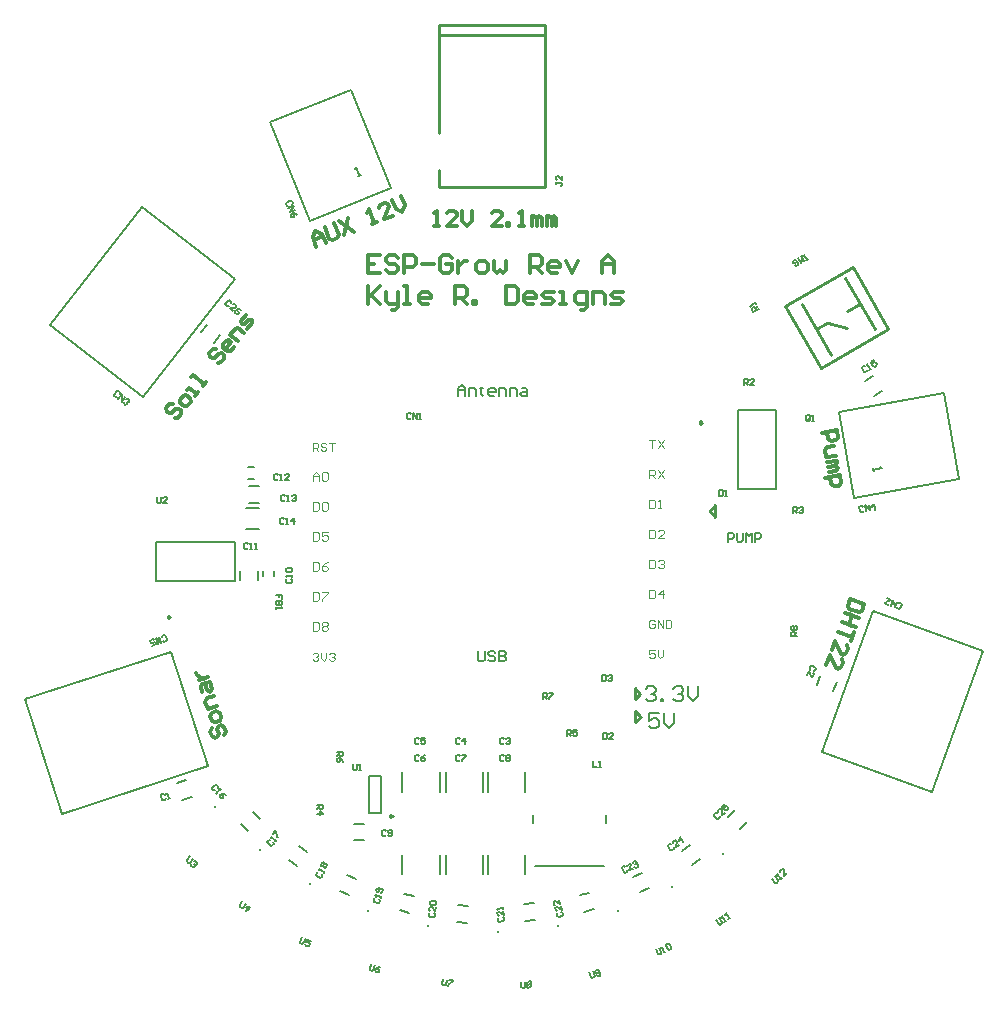
<source format=gto>
G04*
G04 #@! TF.GenerationSoftware,Altium Limited,Altium Designer,18.1.9 (240)*
G04*
G04 Layer_Color=65535*
%FSLAX25Y25*%
%MOIN*%
G70*
G01*
G75*
%ADD10C,0.00984*%
%ADD11C,0.01000*%
%ADD12C,0.00394*%
%ADD13C,0.01000*%
%ADD14C,0.00787*%
%ADD15C,0.00600*%
%ADD16C,0.01300*%
%ADD17C,0.00500*%
%ADD18C,0.00446*%
%ADD19C,0.00408*%
%ADD20C,0.01200*%
%ADD21C,0.00800*%
D10*
X112906Y58713D02*
X112167Y59140D01*
Y58287D01*
X112906Y58713D01*
X216142Y189862D02*
X215404Y190288D01*
Y189436D01*
X216142Y189862D01*
X38737Y124980D02*
X37999Y125406D01*
Y124554D01*
X38737Y124980D01*
D11*
X223148Y46161D02*
D03*
X53752Y61611D02*
D03*
X68577Y47409D02*
D03*
X85394Y36013D02*
D03*
X104696Y27145D02*
D03*
X124790Y21897D02*
D03*
X147864Y20168D02*
D03*
X168041Y21876D02*
D03*
X188124Y27110D02*
D03*
X205907Y35140D02*
D03*
D12*
X68297Y124800D02*
D03*
X252362Y117815D02*
D03*
X173429Y99106D02*
D03*
X241169Y160457D02*
D03*
X151075Y66800D02*
D03*
X68397Y157782D02*
D03*
X53347Y220669D02*
D03*
X103497Y53400D02*
D03*
X136975Y66800D02*
D03*
X122575D02*
D03*
X122575Y45700D02*
D03*
X136975D02*
D03*
X151075D02*
D03*
X237008Y231299D02*
D03*
X233465Y199016D02*
D03*
X94697Y59700D02*
D03*
X174216Y91464D02*
D03*
X94697Y68100D02*
D03*
X65197Y140482D02*
D03*
X68597Y165882D02*
D03*
X274769Y202857D02*
D03*
X64570Y58127D02*
D03*
X80117Y46306D02*
D03*
X96742Y36431D02*
D03*
X116197Y30100D02*
D03*
X134797Y26300D02*
D03*
X157097Y26600D02*
D03*
X176297Y29500D02*
D03*
X194497Y35900D02*
D03*
X211097Y44800D02*
D03*
X226897Y56400D02*
D03*
X45220Y67902D02*
D03*
X257283Y101279D02*
D03*
D13*
X258029Y223193D02*
X264267Y221521D01*
X257586Y222937D02*
X258029Y223193D01*
X264439Y226893D02*
X268769Y229393D01*
X254108Y220929D02*
X257517Y222897D01*
X249187Y229453D02*
X259029Y212405D01*
X263848Y237917D02*
X273690Y220869D01*
X255581Y208141D02*
X278084Y221133D01*
X266273Y241590D02*
X278084Y221133D01*
X243770Y228598D02*
X266273Y241590D01*
X243770Y228598D02*
X255581Y208141D01*
X218524Y160457D02*
X220492Y162425D01*
X220492D01*
X218524Y160457D02*
X220492Y158488D01*
Y162425D01*
X193532Y101208D02*
X195106Y99633D01*
X193532Y97664D02*
X195303Y99436D01*
X193532Y97664D02*
X193532D01*
X193532D02*
Y101208D01*
X128284Y322315D02*
X163716D01*
X128284Y268378D02*
X163716D01*
X128284Y318878D02*
X163716D01*
X128284Y268378D02*
Y274178D01*
Y286278D02*
Y322315D01*
X163716Y268378D02*
Y322315D01*
X193819Y93554D02*
X195394Y91979D01*
X193819Y90011D02*
X195590Y91783D01*
X193819Y90011D02*
X193819D01*
X193819D02*
Y93554D01*
D14*
X105032Y59698D02*
X108968D01*
X105032Y71902D02*
X108968D01*
Y59698D02*
Y71902D01*
X105032Y59698D02*
Y71902D01*
X240650Y167618D02*
Y193996D01*
X227854Y167618D02*
Y193996D01*
X240650D01*
X227854Y167618D02*
X240650D01*
X-9585Y97560D02*
X2806Y59423D01*
X-9585Y97560D02*
X39109Y113382D01*
X51500Y75244D01*
X2806Y59423D02*
X51500Y75244D01*
X272993Y126987D02*
X309735Y113614D01*
X255927Y80096D02*
X272993Y126987D01*
X255927Y80096D02*
X292669Y66723D01*
X309735Y113614D01*
X-1216Y222424D02*
X29506Y261746D01*
X60317Y237673D01*
X29596Y198352D02*
X60317Y237673D01*
X-1216Y222424D02*
X29596Y198352D01*
X72055Y289905D02*
X85328Y257052D01*
X72055Y289905D02*
X99067Y300819D01*
X99067Y300819D02*
X112341Y267966D01*
X85328Y257052D02*
X112341Y267966D01*
X160286Y41952D02*
X183514D01*
X184105Y56322D02*
Y59078D01*
X159695Y56322D02*
Y59078D01*
X34111Y149980D02*
X60489D01*
X34111Y137185D02*
X60489D01*
X34111D02*
Y149980D01*
X60489Y137185D02*
Y149980D01*
X157079Y66800D02*
X157079Y73296D01*
X144677Y66800D02*
X144677Y73296D01*
X64066Y161326D02*
X68200Y161326D01*
X64066Y154239D02*
X68200Y154239D01*
X48901Y219867D02*
X50900Y222427D01*
X53399Y216353D02*
X55399Y218912D01*
X100052Y56058D02*
X103300Y56058D01*
X100052Y50743D02*
X103300D01*
X261731Y193474D02*
X296625Y199627D01*
X301684Y170935D01*
X266790Y164783D02*
X301684Y170935D01*
X261731Y193474D02*
X266790Y164783D01*
X142979Y66800D02*
X142979Y73296D01*
X130578Y66800D02*
X130578Y73296D01*
X128579Y66800D02*
X128579Y73296D01*
X116177Y66800D02*
X116177Y73296D01*
X116177Y39204D02*
X116177Y45700D01*
X128579Y39204D02*
X128579Y45700D01*
X130578Y39204D02*
X130578Y45700D01*
X142979Y39204D02*
X142979Y45700D01*
X144677Y39204D02*
X144677Y45700D01*
X157079Y39204D02*
X157079Y45700D01*
X62146Y137234D02*
X62146Y140482D01*
X67854D02*
X67854Y137234D01*
X65152Y163028D02*
X68400Y163028D01*
X65152Y168737D02*
X68400Y168737D01*
X273187Y198761D02*
X276000Y200385D01*
X270332Y203705D02*
X273145Y205329D01*
X66391Y60145D02*
X68688Y57849D01*
X62355Y56109D02*
X64651Y53812D01*
X81557Y48645D02*
X84218Y46782D01*
X78283Y43968D02*
X80943Y42105D01*
X95339Y33844D02*
X98283Y32471D01*
X97752Y39018D02*
X100696Y37645D01*
X115261Y27343D02*
X118399Y26502D01*
X116739Y32857D02*
X119876Y32016D01*
X134351Y23457D02*
X137587Y23173D01*
X134849Y29144D02*
X138084Y28860D01*
X157149Y23756D02*
X160384Y24040D01*
X156651Y29443D02*
X159887Y29727D01*
X176839Y26743D02*
X179976Y27584D01*
X175361Y32257D02*
X178499Y33098D01*
X195506Y33313D02*
X198450Y34686D01*
X193094Y38487D02*
X196037Y39860D01*
X212537Y42462D02*
X215198Y44325D01*
X209263Y47138D02*
X211924Y49001D01*
X228718Y54382D02*
X231015Y56678D01*
X224682Y58418D02*
X226978Y60715D01*
X41052Y69613D02*
X44141Y70617D01*
X42816Y64184D02*
X45905Y65188D01*
X259769Y100303D02*
X260880Y103355D01*
X254404Y102256D02*
X255515Y105308D01*
X141240Y113778D02*
Y110827D01*
X141831Y110236D01*
X143011D01*
X143602Y110827D01*
Y113778D01*
X147144Y113188D02*
X146553Y113778D01*
X145373D01*
X144782Y113188D01*
Y112598D01*
X145373Y112007D01*
X146553D01*
X147144Y111417D01*
Y110827D01*
X146553Y110236D01*
X145373D01*
X144782Y110827D01*
X148325Y113778D02*
Y110236D01*
X150096D01*
X150686Y110827D01*
Y111417D01*
X150096Y112007D01*
X148325D01*
X150096D01*
X150686Y112598D01*
Y113188D01*
X150096Y113778D01*
X148325D01*
X134795Y198842D02*
Y201203D01*
X135976Y202384D01*
X137157Y201203D01*
Y198842D01*
Y200613D01*
X134795D01*
X138337Y198842D02*
Y201203D01*
X140108D01*
X140699Y200613D01*
Y198842D01*
X142470Y201794D02*
Y201203D01*
X141879D01*
X143060D01*
X142470D01*
Y199432D01*
X143060Y198842D01*
X146602D02*
X145422D01*
X144831Y199432D01*
Y200613D01*
X145422Y201203D01*
X146602D01*
X147193Y200613D01*
Y200023D01*
X144831D01*
X148373Y198842D02*
Y201203D01*
X150145D01*
X150735Y200613D01*
Y198842D01*
X151916D02*
Y201203D01*
X153687D01*
X154277Y200613D01*
Y198842D01*
X156048Y201203D02*
X157229D01*
X157819Y200613D01*
Y198842D01*
X156048D01*
X155458Y199432D01*
X156048Y200023D01*
X157819D01*
X201659Y92990D02*
X198327D01*
Y90491D01*
X199993Y91324D01*
X200826D01*
X201659Y90491D01*
Y88825D01*
X200826Y87992D01*
X199160D01*
X198327Y88825D01*
X203325Y92990D02*
Y89658D01*
X204991Y87992D01*
X206657Y89658D01*
Y92990D01*
X197343Y101114D02*
X198176Y101947D01*
X199842D01*
X200675Y101114D01*
Y100281D01*
X199842Y99448D01*
X199009D01*
X199842D01*
X200675Y98615D01*
Y97782D01*
X199842Y96949D01*
X198176D01*
X197343Y97782D01*
X202341Y96949D02*
Y97782D01*
X203174D01*
Y96949D01*
X202341D01*
X206506Y101114D02*
X207339Y101947D01*
X209005D01*
X209839Y101114D01*
Y100281D01*
X209005Y99448D01*
X208172D01*
X209005D01*
X209839Y98615D01*
Y97782D01*
X209005Y96949D01*
X207339D01*
X206506Y97782D01*
X211505Y101947D02*
Y98615D01*
X213171Y96949D01*
X214837Y98615D01*
Y101947D01*
D15*
X64832Y174951D02*
X66800Y174951D01*
X64832Y171014D02*
X66800Y171014D01*
X73469Y138560D02*
X73469Y140528D01*
X69532Y138560D02*
X69532Y140528D01*
D16*
X108799Y245715D02*
X104800D01*
Y239717D01*
X108799D01*
X104800Y242716D02*
X106799D01*
X114797Y244715D02*
X113797Y245715D01*
X111798D01*
X110798Y244715D01*
Y243716D01*
X111798Y242716D01*
X113797D01*
X114797Y241716D01*
Y240717D01*
X113797Y239717D01*
X111798D01*
X110798Y240717D01*
X116796Y239717D02*
Y245715D01*
X119795D01*
X120795Y244715D01*
Y242716D01*
X119795Y241716D01*
X116796D01*
X122794Y242716D02*
X126793D01*
X132791Y244715D02*
X131791Y245715D01*
X129792D01*
X128792Y244715D01*
Y240717D01*
X129792Y239717D01*
X131791D01*
X132791Y240717D01*
Y242716D01*
X130792D01*
X134790Y243716D02*
Y239717D01*
Y241716D01*
X135790Y242716D01*
X136790Y243716D01*
X137789D01*
X141788Y239717D02*
X143787D01*
X144787Y240717D01*
Y242716D01*
X143787Y243716D01*
X141788D01*
X140788Y242716D01*
Y240717D01*
X141788Y239717D01*
X146786Y243716D02*
Y240717D01*
X147786Y239717D01*
X148786Y240717D01*
X149785Y239717D01*
X150785Y240717D01*
Y243716D01*
X158782Y239717D02*
Y245715D01*
X161782D01*
X162781Y244715D01*
Y242716D01*
X161782Y241716D01*
X158782D01*
X160782D02*
X162781Y239717D01*
X167780D02*
X165780D01*
X164781Y240717D01*
Y242716D01*
X165780Y243716D01*
X167780D01*
X168779Y242716D01*
Y241716D01*
X164781D01*
X170779Y243716D02*
X172778Y239717D01*
X174777Y243716D01*
X182775Y239717D02*
Y243716D01*
X184774Y245715D01*
X186774Y243716D01*
Y239717D01*
Y242716D01*
X182775D01*
X104800Y235397D02*
Y229399D01*
Y231399D01*
X108799Y235397D01*
X105800Y232398D01*
X108799Y229399D01*
X110798Y233398D02*
Y230399D01*
X111798Y229399D01*
X114797D01*
Y228400D01*
X113797Y227400D01*
X112797D01*
X114797Y229399D02*
Y233398D01*
X116796Y229399D02*
X118796D01*
X117796D01*
Y235397D01*
X116796D01*
X124794Y229399D02*
X122794D01*
X121794Y230399D01*
Y232398D01*
X122794Y233398D01*
X124794D01*
X125793Y232398D01*
Y231399D01*
X121794D01*
X133791Y229399D02*
Y235397D01*
X136790D01*
X137789Y234398D01*
Y232398D01*
X136790Y231399D01*
X133791D01*
X135790D02*
X137789Y229399D01*
X139789D02*
Y230399D01*
X140788D01*
Y229399D01*
X139789D01*
X150785Y235397D02*
Y229399D01*
X153784D01*
X154784Y230399D01*
Y234398D01*
X153784Y235397D01*
X150785D01*
X159782Y229399D02*
X157783D01*
X156783Y230399D01*
Y232398D01*
X157783Y233398D01*
X159782D01*
X160782Y232398D01*
Y231399D01*
X156783D01*
X162781Y229399D02*
X165780D01*
X166780Y230399D01*
X165780Y231399D01*
X163781D01*
X162781Y232398D01*
X163781Y233398D01*
X166780D01*
X168779Y229399D02*
X170779D01*
X169779D01*
Y233398D01*
X168779D01*
X175777Y227400D02*
X176777D01*
X177776Y228400D01*
Y233398D01*
X174777D01*
X173778Y232398D01*
Y230399D01*
X174777Y229399D01*
X177776D01*
X179776D02*
Y233398D01*
X182775D01*
X183774Y232398D01*
Y229399D01*
X185774D02*
X188773D01*
X189772Y230399D01*
X188773Y231399D01*
X186774D01*
X185774Y232398D01*
X186774Y233398D01*
X189772D01*
D17*
X119148Y192709D02*
X118815Y193043D01*
X118148D01*
X117815Y192709D01*
Y191376D01*
X118148Y191043D01*
X118815D01*
X119148Y191376D01*
X119814Y191043D02*
Y193043D01*
X121147Y191043D01*
Y193043D01*
X121814Y191043D02*
X122480D01*
X122147D01*
Y193043D01*
X121814Y192709D01*
X247494Y244066D02*
X247039Y244188D01*
X246461Y243855D01*
X246339Y243400D01*
X246506Y243111D01*
X246961Y242989D01*
X247538Y243322D01*
X247993Y243200D01*
X248160Y242912D01*
X248038Y242457D01*
X247461Y242123D01*
X247006Y242245D01*
X247904Y244688D02*
X248904Y242956D01*
X249148Y243867D01*
X250058Y243623D01*
X249059Y245354D01*
X250635Y243956D02*
X251213Y244289D01*
X250924Y244123D01*
X249924Y245854D01*
X249802Y245399D01*
X99610Y76159D02*
Y74493D01*
X99944Y74160D01*
X100610D01*
X100943Y74493D01*
Y76159D01*
X101610Y74160D02*
X102276D01*
X101943D01*
Y76159D01*
X101610Y75826D01*
X251998Y190558D02*
Y191891D01*
X251665Y192224D01*
X250999D01*
X250665Y191891D01*
Y190558D01*
X250999Y190224D01*
X251665D01*
X251332Y190891D02*
X251998Y190224D01*
X251665D02*
X251998Y190558D01*
X252665Y190224D02*
X253331D01*
X252998D01*
Y192224D01*
X252665Y191891D01*
X239286Y37614D02*
X240464Y36436D01*
X240936D01*
X241407Y36907D01*
X241407Y37378D01*
X240229Y38556D01*
X242114Y37614D02*
X242585Y38085D01*
X242349Y37849D01*
X240936Y39263D01*
X240936Y38792D01*
X244234Y39734D02*
X243292Y38792D01*
Y40677D01*
X243056Y40913D01*
X242585D01*
X242114Y40441D01*
X242114Y39970D01*
X76015Y131049D02*
Y132382D01*
X75015D01*
Y131715D01*
Y132382D01*
X74016D01*
X76015Y130383D02*
X74016D01*
Y129383D01*
X74349Y129050D01*
X74682D01*
X75015Y129383D01*
Y130383D01*
Y129383D01*
X75349Y129050D01*
X75682D01*
X76015Y129383D01*
Y130383D01*
X74016Y128383D02*
Y127717D01*
Y128050D01*
X76015D01*
X75682Y128383D01*
X247638Y118602D02*
X245638D01*
Y119602D01*
X245972Y119935D01*
X246638D01*
X246971Y119602D01*
Y118602D01*
Y119269D02*
X247638Y119935D01*
X245972Y120602D02*
X245638Y120935D01*
Y121601D01*
X245972Y121935D01*
X246305D01*
X246638Y121601D01*
X246971Y121935D01*
X247305D01*
X247638Y121601D01*
Y120935D01*
X247305Y120602D01*
X246971D01*
X246638Y120935D01*
X246305Y120602D01*
X245972D01*
X246638Y120935D02*
Y121601D01*
X162992Y97539D02*
Y99539D01*
X163992D01*
X164325Y99205D01*
Y98539D01*
X163992Y98206D01*
X162992D01*
X163659D02*
X164325Y97539D01*
X164991Y99539D02*
X166324D01*
Y99205D01*
X164991Y97873D01*
Y97539D01*
X246260Y159547D02*
Y161547D01*
X247259D01*
X247593Y161213D01*
Y160547D01*
X247259Y160214D01*
X246260D01*
X246926D02*
X247593Y159547D01*
X248259Y161213D02*
X248592Y161547D01*
X249259D01*
X249592Y161213D01*
Y160880D01*
X249259Y160547D01*
X248926D01*
X249259D01*
X249592Y160214D01*
Y159880D01*
X249259Y159547D01*
X248592D01*
X248259Y159880D01*
X36331Y117016D02*
X36751Y116803D01*
X37385Y117008D01*
X37598Y117428D01*
X37187Y118696D01*
X36767Y118910D01*
X36133Y118704D01*
X35919Y118284D01*
X35182Y118395D02*
X35800Y116494D01*
X33915Y117983D01*
X34532Y116082D01*
X32631Y115464D02*
X33898Y115876D01*
X33590Y116826D01*
X33059Y116304D01*
X32742Y116201D01*
X32322Y116415D01*
X32116Y117048D01*
X32330Y117468D01*
X32964Y117674D01*
X33384Y117460D01*
X280925Y128352D02*
X281124Y127925D01*
X281750Y127697D01*
X282177Y127896D01*
X282633Y129148D01*
X282434Y129575D01*
X281808Y129803D01*
X281381Y129604D01*
X280869Y130145D02*
X280185Y128267D01*
X279616Y130601D01*
X278932Y128722D01*
X277737Y131285D02*
X278990Y130829D01*
X277281Y130032D01*
X277167Y129719D01*
X277366Y129292D01*
X277993Y129064D01*
X278420Y129263D01*
X21980Y199403D02*
X21923Y199870D01*
X21398Y200281D01*
X20930Y200223D01*
X20109Y199173D01*
X20167Y198705D01*
X20692Y198295D01*
X21160Y198352D01*
X21480Y197679D02*
X22711Y199255D01*
X22530Y196859D01*
X23761Y198434D01*
X24081Y197761D02*
X24549Y197819D01*
X25074Y197408D01*
X25131Y196941D01*
X24926Y196678D01*
X24458Y196621D01*
X24196Y196826D01*
X24458Y196621D01*
X24516Y196153D01*
X24311Y195890D01*
X23843Y195833D01*
X23318Y196243D01*
X23260Y196711D01*
X79344Y262488D02*
X79528Y262922D01*
X79279Y263540D01*
X78845Y263724D01*
X77609Y263225D01*
X77425Y262791D01*
X77675Y262173D01*
X78108Y261989D01*
X78049Y261246D02*
X79903Y261995D01*
X78548Y260010D01*
X80402Y260759D01*
X81151Y258906D02*
X80592Y259399D01*
X79725Y259767D01*
X79107Y259517D01*
X78923Y259084D01*
X79172Y258466D01*
X79606Y258281D01*
X79915Y258406D01*
X80099Y258840D01*
X79725Y259767D01*
X179700Y76975D02*
Y74976D01*
X181033D01*
X181699D02*
X182366D01*
X182033D01*
Y76975D01*
X181699Y76642D01*
X34200Y164899D02*
Y163233D01*
X34533Y162900D01*
X35200D01*
X35533Y163233D01*
Y164899D01*
X37532Y162900D02*
X36199D01*
X37532Y164233D01*
Y164566D01*
X37199Y164899D01*
X36533D01*
X36199Y164566D01*
X221752Y167354D02*
Y165354D01*
X222752D01*
X223085Y165688D01*
Y167020D01*
X222752Y167354D01*
X221752D01*
X223751Y165354D02*
X224418D01*
X224084D01*
Y167354D01*
X223751Y167020D01*
X182776Y105838D02*
Y103839D01*
X183775D01*
X184108Y104172D01*
Y105505D01*
X183775Y105838D01*
X182776D01*
X184775Y105505D02*
X185108Y105838D01*
X185775D01*
X186108Y105505D01*
Y105172D01*
X185775Y104838D01*
X185441D01*
X185775D01*
X186108Y104505D01*
Y104172D01*
X185775Y103839D01*
X185108D01*
X184775Y104172D01*
X167301Y270033D02*
Y269366D01*
Y269700D01*
X168967D01*
X169300Y269366D01*
Y269033D01*
X168967Y268700D01*
X169300Y272032D02*
Y270699D01*
X167967Y272032D01*
X167634D01*
X167301Y271699D01*
Y271033D01*
X167634Y270699D01*
X149955Y84245D02*
X149622Y84578D01*
X148955D01*
X148622Y84245D01*
Y82912D01*
X148955Y82579D01*
X149622D01*
X149955Y82912D01*
X150621Y84245D02*
X150955Y84578D01*
X151621D01*
X151954Y84245D01*
Y83912D01*
X151621Y83578D01*
X151288D01*
X151621D01*
X151954Y83245D01*
Y82912D01*
X151621Y82579D01*
X150955D01*
X150621Y82912D01*
X76533Y157849D02*
X76200Y158182D01*
X75533D01*
X75200Y157849D01*
Y156516D01*
X75533Y156182D01*
X76200D01*
X76533Y156516D01*
X77199Y156182D02*
X77866D01*
X77533D01*
Y158182D01*
X77199Y157849D01*
X79865Y156182D02*
Y158182D01*
X78865Y157182D01*
X80198D01*
X59024Y229678D02*
X58967Y230146D01*
X58442Y230556D01*
X57974Y230499D01*
X57153Y229449D01*
X57211Y228981D01*
X57736Y228571D01*
X58204Y228628D01*
X59574Y227134D02*
X58524Y227955D01*
X60395Y228185D01*
X60600Y228447D01*
X60543Y228915D01*
X60017Y229326D01*
X59550Y229268D01*
X62381Y227479D02*
X61650Y227627D01*
X60715Y227512D01*
X60304Y226987D01*
X60362Y226519D01*
X60887Y226109D01*
X61355Y226166D01*
X61560Y226429D01*
X61503Y226897D01*
X60715Y227512D01*
X110688Y53666D02*
X110355Y53999D01*
X109688D01*
X109355Y53666D01*
Y52333D01*
X109688Y52000D01*
X110355D01*
X110688Y52333D01*
X111354D02*
X111688Y52000D01*
X112354D01*
X112687Y52333D01*
Y53666D01*
X112354Y53999D01*
X111688D01*
X111354Y53666D01*
Y53333D01*
X111688Y53000D01*
X112687D01*
X74533Y172248D02*
X74200Y172582D01*
X73533D01*
X73200Y172248D01*
Y170916D01*
X73533Y170582D01*
X74200D01*
X74533Y170916D01*
X75199Y170582D02*
X75866D01*
X75533D01*
Y172582D01*
X75199Y172248D01*
X78198Y170582D02*
X76866D01*
X78198Y171915D01*
Y172248D01*
X77865Y172582D01*
X77199D01*
X76866Y172248D01*
X269696Y161829D02*
X269310Y162099D01*
X268653Y161984D01*
X268383Y161598D01*
X268615Y160285D01*
X269001Y160015D01*
X269657Y160130D01*
X269927Y160516D01*
X270641Y160304D02*
X270294Y162273D01*
X271954Y160535D01*
X271607Y162504D01*
X273595Y160825D02*
X273248Y162794D01*
X272437Y161636D01*
X273749Y161867D01*
X135388Y84245D02*
X135055Y84578D01*
X134388D01*
X134055Y84245D01*
Y82912D01*
X134388Y82579D01*
X135055D01*
X135388Y82912D01*
X137054Y82579D02*
Y84578D01*
X136055Y83578D01*
X137387D01*
X121608Y84245D02*
X121275Y84578D01*
X120609D01*
X120276Y84245D01*
Y82912D01*
X120609Y82579D01*
X121275D01*
X121608Y82912D01*
X123608Y84578D02*
X122275D01*
Y83578D01*
X122941Y83912D01*
X123275D01*
X123608Y83578D01*
Y82912D01*
X123275Y82579D01*
X122608D01*
X122275Y82912D01*
X121608Y78733D02*
X121275Y79066D01*
X120609D01*
X120276Y78733D01*
Y77400D01*
X120609Y77067D01*
X121275D01*
X121608Y77400D01*
X123608Y79066D02*
X122941Y78733D01*
X122275Y78067D01*
Y77400D01*
X122608Y77067D01*
X123275D01*
X123608Y77400D01*
Y77733D01*
X123275Y78067D01*
X122275D01*
X135388Y78733D02*
X135055Y79066D01*
X134388D01*
X134055Y78733D01*
Y77400D01*
X134388Y77067D01*
X135055D01*
X135388Y77400D01*
X136055Y79066D02*
X137387D01*
Y78733D01*
X136055Y77400D01*
Y77067D01*
X149955Y78733D02*
X149622Y79066D01*
X148955D01*
X148622Y78733D01*
Y77400D01*
X148955Y77067D01*
X149622D01*
X149955Y77400D01*
X150621Y78733D02*
X150955Y79066D01*
X151621D01*
X151954Y78733D01*
Y78400D01*
X151621Y78067D01*
X151954Y77733D01*
Y77400D01*
X151621Y77067D01*
X150955D01*
X150621Y77400D01*
Y77733D01*
X150955Y78067D01*
X150621Y78400D01*
Y78733D01*
X150955Y78067D02*
X151621D01*
X182874Y86448D02*
Y84449D01*
X183874D01*
X184207Y84782D01*
Y86115D01*
X183874Y86448D01*
X182874D01*
X186206Y84449D02*
X184873D01*
X186206Y85782D01*
Y86115D01*
X185873Y86448D01*
X185207D01*
X184873Y86115D01*
X234911Y227599D02*
X233179Y226600D01*
X232680Y227465D01*
X232802Y227921D01*
X233379Y228254D01*
X233834Y228132D01*
X234334Y227266D01*
X234001Y227843D02*
X234245Y228753D01*
X233911Y229331D02*
X233578Y229908D01*
X233745Y229619D01*
X232013Y228620D01*
X232468Y228498D01*
X230168Y202416D02*
Y204415D01*
X231167D01*
X231501Y204082D01*
Y203415D01*
X231167Y203082D01*
X230168D01*
X230834D02*
X231501Y202416D01*
X233500D02*
X232167D01*
X233500Y203749D01*
Y204082D01*
X233167Y204415D01*
X232500D01*
X232167Y204082D01*
X87800Y62400D02*
X89799D01*
Y61400D01*
X89466Y61067D01*
X88800D01*
X88466Y61400D01*
Y62400D01*
Y61734D02*
X87800Y61067D01*
Y59401D02*
X89799D01*
X88800Y60401D01*
Y59068D01*
X170965Y85236D02*
Y87236D01*
X171964D01*
X172298Y86902D01*
Y86236D01*
X171964Y85903D01*
X170965D01*
X171631D02*
X172298Y85236D01*
X174297Y87236D02*
X172964D01*
Y86236D01*
X173630Y86569D01*
X173964D01*
X174297Y86236D01*
Y85569D01*
X173964Y85236D01*
X173297D01*
X172964Y85569D01*
X94291Y80020D02*
X96291D01*
Y79020D01*
X95957Y78687D01*
X95291D01*
X94958Y79020D01*
Y80020D01*
Y79353D02*
X94291Y78687D01*
X96291Y76687D02*
X95957Y77354D01*
X95291Y78020D01*
X94625D01*
X94291Y77687D01*
Y77021D01*
X94625Y76687D01*
X94958D01*
X95291Y77021D01*
Y78020D01*
X77534Y137833D02*
X77201Y137500D01*
Y136833D01*
X77534Y136500D01*
X78867D01*
X79200Y136833D01*
Y137500D01*
X78867Y137833D01*
X79200Y138499D02*
Y139166D01*
Y138833D01*
X77201D01*
X77534Y138499D01*
Y140165D02*
X77201Y140499D01*
Y141165D01*
X77534Y141498D01*
X78867D01*
X79200Y141165D01*
Y140499D01*
X78867Y140165D01*
X77534D01*
X64633Y149466D02*
X64300Y149799D01*
X63633D01*
X63300Y149466D01*
Y148133D01*
X63633Y147800D01*
X64300D01*
X64633Y148133D01*
X65299Y147800D02*
X65966D01*
X65633D01*
Y149799D01*
X65299Y149466D01*
X66966Y147800D02*
X67632D01*
X67299D01*
Y149799D01*
X66966Y149466D01*
X77033Y165348D02*
X76700Y165682D01*
X76033D01*
X75700Y165348D01*
Y164016D01*
X76033Y163682D01*
X76700D01*
X77033Y164016D01*
X77699Y163682D02*
X78366D01*
X78033D01*
Y165682D01*
X77699Y165348D01*
X79365D02*
X79699Y165682D01*
X80365D01*
X80698Y165348D01*
Y165015D01*
X80365Y164682D01*
X80032D01*
X80365D01*
X80698Y164349D01*
Y164016D01*
X80365Y163682D01*
X79699D01*
X79365Y164016D01*
X270400Y208605D02*
X269945Y208727D01*
X269368Y208394D01*
X269246Y207939D01*
X269912Y206785D01*
X270367Y206663D01*
X270944Y206996D01*
X271066Y207451D01*
X271810Y207496D02*
X272387Y207829D01*
X272099Y207662D01*
X271099Y209394D01*
X270977Y208939D01*
X273408Y210727D02*
X272253Y210060D01*
X272753Y209194D01*
X273164Y209816D01*
X273452Y209983D01*
X273908Y209861D01*
X274241Y209284D01*
X274119Y208829D01*
X273542Y208495D01*
X273087Y208617D01*
X54593Y68163D02*
Y68634D01*
X54122Y69105D01*
X53651Y69105D01*
X52709Y68163D01*
Y67691D01*
X53180Y67220D01*
X53651Y67220D01*
X53887Y66513D02*
X54358Y66042D01*
X54122Y66278D01*
X55536Y67691D01*
X55065Y67691D01*
X57421Y65807D02*
X56714Y66042D01*
X55772D01*
X55300Y65571D01*
Y65100D01*
X55772Y64628D01*
X56243Y64628D01*
X56479Y64864D01*
X56479Y65335D01*
X55772Y66042D01*
X72020Y50654D02*
X71556Y50572D01*
X71173Y50026D01*
X71255Y49562D01*
X72347Y48798D01*
X72811Y48880D01*
X73193Y49425D01*
X73111Y49889D01*
X73767Y50244D02*
X74149Y50790D01*
X73958Y50517D01*
X72320Y51664D01*
X72402Y51200D01*
X73085Y52756D02*
X73849Y53848D01*
X74122Y53657D01*
X74449Y51800D01*
X74722Y51609D01*
X88099Y39943D02*
X87656Y39782D01*
X87374Y39178D01*
X87536Y38735D01*
X88744Y38172D01*
X89186Y38333D01*
X89468Y38937D01*
X89307Y39380D01*
X89890Y39843D02*
X90172Y40447D01*
X90031Y40145D01*
X88219Y40990D01*
X88380Y40547D01*
X89085Y42057D02*
X88923Y42500D01*
X89205Y43104D01*
X89648Y43265D01*
X89950Y43124D01*
X90111Y42682D01*
X90554Y42843D01*
X90856Y42702D01*
X91017Y42259D01*
X90735Y41655D01*
X90293Y41494D01*
X89991Y41635D01*
X89829Y42078D01*
X89387Y41916D01*
X89085Y42057D01*
X89829Y42078D02*
X90111Y42682D01*
X107136Y31219D02*
X106728Y30983D01*
X106555Y30339D01*
X106791Y29931D01*
X108078Y29586D01*
X108486Y29822D01*
X108659Y30466D01*
X108423Y30874D01*
X108917Y31431D02*
X109090Y32075D01*
X109004Y31753D01*
X107072Y32271D01*
X107308Y31863D01*
X109027Y33127D02*
X109435Y33362D01*
X109607Y34006D01*
X109372Y34414D01*
X108084Y34759D01*
X107676Y34524D01*
X107504Y33880D01*
X107739Y33472D01*
X108061Y33386D01*
X108469Y33621D01*
X108728Y34587D01*
X125356Y26373D02*
X124995Y26070D01*
X124937Y25406D01*
X125240Y25045D01*
X126568Y24929D01*
X126929Y25232D01*
X126987Y25896D01*
X126684Y26257D01*
X127190Y28220D02*
X127074Y26892D01*
X125863Y28336D01*
X125531Y28365D01*
X125170Y28062D01*
X125112Y27398D01*
X125415Y27037D01*
X125589Y29029D02*
X125286Y29390D01*
X125344Y30054D01*
X125705Y30356D01*
X127033Y30240D01*
X127336Y29879D01*
X127278Y29215D01*
X126917Y28912D01*
X125589Y29029D01*
X148324Y24783D02*
X148021Y24422D01*
X148079Y23758D01*
X148440Y23455D01*
X149768Y23571D01*
X150071Y23932D01*
X150013Y24596D01*
X149652Y24899D01*
X149810Y26920D02*
X149926Y25592D01*
X148482Y26803D01*
X148150Y26774D01*
X147847Y26413D01*
X147905Y25749D01*
X148266Y25447D01*
X149751Y27584D02*
X149693Y28247D01*
X149723Y27915D01*
X147731Y27741D01*
X148092Y27438D01*
X167846Y26356D02*
X167610Y25948D01*
X167782Y25304D01*
X168191Y25069D01*
X169478Y25414D01*
X169714Y25822D01*
X169541Y26466D01*
X169133Y26701D01*
X168938Y28719D02*
X169282Y27431D01*
X167650Y28374D01*
X167328Y28288D01*
X167093Y27879D01*
X167265Y27236D01*
X167673Y27000D01*
X168420Y30650D02*
X168765Y29362D01*
X167133Y30305D01*
X166811Y30219D01*
X166575Y29811D01*
X166748Y29167D01*
X167156Y28931D01*
X190504Y41773D02*
X190061Y41934D01*
X189457Y41653D01*
X189296Y41210D01*
X189859Y40002D01*
X190302Y39841D01*
X190906Y40123D01*
X191067Y40565D01*
X193020Y41108D02*
X191812Y40545D01*
X192457Y42316D01*
X192316Y42618D01*
X191873Y42779D01*
X191269Y42498D01*
X191108Y42055D01*
X192920Y42900D02*
X193081Y43343D01*
X193685Y43624D01*
X194128Y43463D01*
X194269Y43161D01*
X194108Y42718D01*
X193806Y42578D01*
X194108Y42718D01*
X194550Y42557D01*
X194691Y42255D01*
X194530Y41812D01*
X193926Y41531D01*
X193483Y41692D01*
X205836Y49329D02*
X205372Y49411D01*
X204826Y49029D01*
X204744Y48565D01*
X205509Y47473D01*
X205973Y47391D01*
X206519Y47773D01*
X206601Y48237D01*
X208430Y49111D02*
X207338Y48347D01*
X207665Y50203D01*
X207474Y50476D01*
X207010Y50558D01*
X206464Y50176D01*
X206382Y49712D01*
X209794Y50067D02*
X208648Y51705D01*
X208402Y50313D01*
X209494Y51077D01*
X220964Y59621D02*
X220493D01*
X220022Y59149D01*
X220022Y58678D01*
X220964Y57736D01*
X221436D01*
X221907Y58207D01*
X221907Y58678D01*
X223556Y59856D02*
X222614Y58914D01*
Y60799D01*
X222378Y61034D01*
X221907D01*
X221436Y60563D01*
X221436Y60092D01*
X223556Y62684D02*
X222614Y61741D01*
X223321Y61034D01*
X223556Y61741D01*
X223792Y61977D01*
X224263D01*
X224734Y61506D01*
X224734Y61034D01*
X224263Y60563D01*
X223792D01*
X45514Y45214D02*
X44336Y44036D01*
Y43564D01*
X44807Y43093D01*
X45278Y43093D01*
X46456Y44271D01*
X46692Y43564D02*
X47163Y43564D01*
X47634Y43093D01*
Y42622D01*
X47399Y42386D01*
X46927D01*
X46692Y42622D01*
X46927Y42386D01*
Y41915D01*
X46692Y41679D01*
X46221D01*
X45749Y42151D01*
Y42622D01*
X62847Y30238D02*
X61891Y28873D01*
X61973Y28409D01*
X62519Y28027D01*
X62983Y28108D01*
X63939Y29473D01*
X64157Y26880D02*
X65303Y28518D01*
X63911Y28272D01*
X65003Y27508D01*
X82645Y18312D02*
X81941Y16802D01*
X82102Y16359D01*
X82706Y16078D01*
X83149Y16239D01*
X83853Y17749D01*
X85665Y16904D02*
X84457Y17467D01*
X84035Y16561D01*
X84779Y16581D01*
X85081Y16441D01*
X85242Y15998D01*
X84961Y15394D01*
X84518Y15233D01*
X83914Y15514D01*
X83753Y15957D01*
X105617Y9331D02*
X105186Y7722D01*
X105422Y7314D01*
X106066Y7141D01*
X106474Y7377D01*
X106905Y8986D01*
X108836Y8469D02*
X108106Y8319D01*
X107290Y7848D01*
X107117Y7204D01*
X107353Y6796D01*
X107997Y6624D01*
X108405Y6859D01*
X108491Y7181D01*
X108256Y7589D01*
X107290Y7848D01*
X129574Y4292D02*
X129429Y2632D01*
X129732Y2271D01*
X130396Y2213D01*
X130757Y2516D01*
X130902Y4176D01*
X131566Y4118D02*
X132894Y4001D01*
X132865Y3669D01*
X131421Y2458D01*
X131392Y2126D01*
X155678Y3292D02*
X155823Y1632D01*
X156184Y1329D01*
X156848Y1387D01*
X157151Y1748D01*
X157006Y3408D01*
X157699Y3134D02*
X158001Y3495D01*
X158665Y3553D01*
X159026Y3250D01*
X159055Y2918D01*
X158753Y2557D01*
X159113Y2254D01*
X159142Y1922D01*
X158840Y1561D01*
X158176Y1503D01*
X157815Y1806D01*
X157786Y2138D01*
X158089Y2499D01*
X157728Y2802D01*
X157699Y3134D01*
X158089Y2499D02*
X158753Y2557D01*
X178482Y6631D02*
X178914Y5022D01*
X179322Y4786D01*
X179966Y4959D01*
X180201Y5367D01*
X179770Y6976D01*
X180845Y5539D02*
X181253Y5304D01*
X181897Y5476D01*
X182132Y5884D01*
X181788Y7172D01*
X181379Y7407D01*
X180736Y7235D01*
X180500Y6827D01*
X180586Y6505D01*
X180994Y6269D01*
X181960Y6528D01*
X200555Y14212D02*
X201259Y12702D01*
X201702Y12541D01*
X202306Y12822D01*
X202467Y13265D01*
X201763Y14775D01*
X203212Y13245D02*
X203816Y13527D01*
X203514Y13386D01*
X202669Y15198D01*
X202508Y14755D01*
X204018Y15459D02*
X204179Y15902D01*
X204783Y16184D01*
X205226Y16022D01*
X205789Y14814D01*
X205628Y14372D01*
X205024Y14090D01*
X204581Y14251D01*
X204018Y15459D01*
X220653Y23938D02*
X221609Y22573D01*
X222073Y22491D01*
X222619Y22873D01*
X222701Y23337D01*
X221745Y24702D01*
X223438Y23447D02*
X223984Y23829D01*
X223711Y23638D01*
X222564Y25276D01*
X222482Y24812D01*
X224803Y24402D02*
X225348Y24785D01*
X225076Y24594D01*
X223929Y26231D01*
X223847Y25767D01*
X36865Y65863D02*
X36446Y66077D01*
X35812Y65871D01*
X35598Y65452D01*
X36010Y64184D01*
X36430Y63970D01*
X37063Y64176D01*
X37277Y64596D01*
X38014Y64485D02*
X38648Y64691D01*
X38331Y64588D01*
X37713Y66489D01*
X37499Y66069D01*
X253374Y107036D02*
X253801Y107235D01*
X254029Y107861D01*
X253829Y108288D01*
X252577Y108744D01*
X252150Y108545D01*
X251922Y107919D01*
X252121Y107492D01*
X251124Y105727D02*
X251580Y106980D01*
X252377Y105271D01*
X252690Y105157D01*
X253117Y105356D01*
X253345Y105982D01*
X253146Y106410D01*
X224682Y150098D02*
Y153097D01*
X226181D01*
X226681Y152598D01*
Y151598D01*
X226181Y151098D01*
X224682D01*
X227681Y153097D02*
Y150598D01*
X228181Y150098D01*
X229180D01*
X229680Y150598D01*
Y153097D01*
X230680Y150098D02*
Y153097D01*
X231679Y152098D01*
X232679Y153097D01*
Y150098D01*
X233679D02*
Y153097D01*
X235178D01*
X235678Y152598D01*
Y151598D01*
X235178Y151098D01*
X233679D01*
D18*
X86315Y153403D02*
Y150429D01*
X87802D01*
X88298Y150924D01*
Y152907D01*
X87802Y153403D01*
X86315D01*
X91272D02*
X89289D01*
Y151916D01*
X90280Y152411D01*
X90776D01*
X91272Y151916D01*
Y150924D01*
X90776Y150429D01*
X89785D01*
X89289Y150924D01*
X86315Y163403D02*
Y160429D01*
X87802D01*
X88298Y160924D01*
Y162907D01*
X87802Y163403D01*
X86315D01*
X89289Y162907D02*
X89785Y163403D01*
X90776D01*
X91272Y162907D01*
Y160924D01*
X90776Y160429D01*
X89785D01*
X89289Y160924D01*
Y162907D01*
X86315Y123403D02*
Y120429D01*
X87802D01*
X88298Y120924D01*
Y122907D01*
X87802Y123403D01*
X86315D01*
X89289Y122907D02*
X89785Y123403D01*
X90776D01*
X91272Y122907D01*
Y122411D01*
X90776Y121916D01*
X91272Y121420D01*
Y120924D01*
X90776Y120429D01*
X89785D01*
X89289Y120924D01*
Y121420D01*
X89785Y121916D01*
X89289Y122411D01*
Y122907D01*
X89785Y121916D02*
X90776D01*
X86315Y170429D02*
Y172411D01*
X87306Y173403D01*
X88298Y172411D01*
Y170429D01*
Y171916D01*
X86315D01*
X89289Y172907D02*
X89785Y173403D01*
X90776D01*
X91272Y172907D01*
Y170924D01*
X90776Y170429D01*
X89785D01*
X89289Y170924D01*
Y172907D01*
X86315Y143403D02*
Y140429D01*
X87802D01*
X88298Y140924D01*
Y142907D01*
X87802Y143403D01*
X86315D01*
X91272D02*
X90280Y142907D01*
X89289Y141916D01*
Y140924D01*
X89785Y140429D01*
X90776D01*
X91272Y140924D01*
Y141420D01*
X90776Y141916D01*
X89289D01*
X86315Y133403D02*
Y130429D01*
X87802D01*
X88298Y130924D01*
Y132907D01*
X87802Y133403D01*
X86315D01*
X89289D02*
X91272D01*
Y132907D01*
X89289Y130924D01*
Y130429D01*
X198472Y154190D02*
Y151216D01*
X199959D01*
X200455Y151712D01*
Y153694D01*
X199959Y154190D01*
X198472D01*
X203429Y151216D02*
X201446D01*
X203429Y153199D01*
Y153694D01*
X202933Y154190D01*
X201942D01*
X201446Y153694D01*
X198472Y164190D02*
Y161216D01*
X199959D01*
X200455Y161712D01*
Y163694D01*
X199959Y164190D01*
X198472D01*
X201446Y161216D02*
X202438D01*
X201942D01*
Y164190D01*
X201446Y163694D01*
X198472Y184190D02*
X200455D01*
X199464D01*
Y181216D01*
X201446Y184190D02*
X203429Y181216D01*
Y184190D02*
X201446Y181216D01*
X198472Y171216D02*
Y174190D01*
X199959D01*
X200455Y173694D01*
Y172703D01*
X199959Y172207D01*
X198472D01*
X199464D02*
X200455Y171216D01*
X201446Y174190D02*
X203429Y171216D01*
Y174190D02*
X201446Y171216D01*
X198472Y144190D02*
Y141216D01*
X199959D01*
X200455Y141712D01*
Y143694D01*
X199959Y144190D01*
X198472D01*
X201446Y143694D02*
X201942Y144190D01*
X202933D01*
X203429Y143694D01*
Y143199D01*
X202933Y142703D01*
X202438D01*
X202933D01*
X203429Y142207D01*
Y141712D01*
X202933Y141216D01*
X201942D01*
X201446Y141712D01*
X198472Y134190D02*
Y131216D01*
X199959D01*
X200455Y131712D01*
Y133694D01*
X199959Y134190D01*
X198472D01*
X202933Y131216D02*
Y134190D01*
X201446Y132703D01*
X203429D01*
D19*
X86315Y112695D02*
X86768Y113148D01*
X87674D01*
X88128Y112695D01*
Y112241D01*
X87674Y111788D01*
X87221D01*
X87674D01*
X88128Y111335D01*
Y110882D01*
X87674Y110429D01*
X86768D01*
X86315Y110882D01*
X89034Y113148D02*
Y111335D01*
X89940Y110429D01*
X90847Y111335D01*
Y113148D01*
X91753Y112695D02*
X92206Y113148D01*
X93113D01*
X93566Y112695D01*
Y112241D01*
X93113Y111788D01*
X92659D01*
X93113D01*
X93566Y111335D01*
Y110882D01*
X93113Y110429D01*
X92206D01*
X91753Y110882D01*
X86315Y180429D02*
Y183148D01*
X87674D01*
X88128Y182694D01*
Y181788D01*
X87674Y181335D01*
X86315D01*
X87221D02*
X88128Y180429D01*
X90847Y182694D02*
X90394Y183148D01*
X89487D01*
X89034Y182694D01*
Y182241D01*
X89487Y181788D01*
X90394D01*
X90847Y181335D01*
Y180882D01*
X90394Y180429D01*
X89487D01*
X89034Y180882D01*
X91753Y183148D02*
X93566D01*
X92659D01*
Y180429D01*
X200285Y113935D02*
X198472D01*
Y112576D01*
X199379Y113029D01*
X199832D01*
X200285Y112576D01*
Y111669D01*
X199832Y111216D01*
X198925D01*
X198472Y111669D01*
X201191Y113935D02*
Y112122D01*
X202098Y111216D01*
X203004Y112122D01*
Y113935D01*
X200285Y123549D02*
X199832Y124002D01*
X198925D01*
X198472Y123549D01*
Y121736D01*
X198925Y121283D01*
X199832D01*
X200285Y121736D01*
Y122643D01*
X199379D01*
X201191Y121283D02*
Y124002D01*
X203004Y121283D01*
Y124002D01*
X203911D02*
Y121283D01*
X205270D01*
X205723Y121736D01*
Y123549D01*
X205270Y124002D01*
X203911D01*
D20*
X52547Y87892D02*
X52012Y86842D01*
X52527Y85258D01*
X53577Y84723D01*
X54369Y84980D01*
X54904Y86030D01*
X54389Y87615D01*
X54924Y88664D01*
X55717Y88922D01*
X56766Y88387D01*
X57281Y86802D01*
X56746Y85752D01*
X55737Y91556D02*
X55222Y93141D01*
X54172Y93675D01*
X52587Y93160D01*
X52052Y92111D01*
X52567Y90526D01*
X53617Y89991D01*
X55202Y90506D01*
X55737Y91556D01*
X54449Y95517D02*
X51280Y94488D01*
X50508Y96864D01*
X51043Y97914D01*
X53420Y98687D01*
X49478Y100034D02*
X48963Y101618D01*
X49498Y102668D01*
X51875Y103440D01*
X52647Y101063D01*
X52113Y100014D01*
X51063Y100549D01*
X50291Y102926D01*
X48191Y103995D02*
X51360Y105025D01*
X49776Y104510D01*
X48726Y105045D01*
X47676Y105580D01*
X47419Y106372D01*
X270150Y129393D02*
X265453Y131102D01*
X264598Y128754D01*
X265096Y127686D01*
X268227Y126546D01*
X269295Y127044D01*
X270150Y129393D01*
X268440Y124696D02*
X263743Y126405D01*
X266092Y125551D01*
X264952Y122419D01*
X267301Y121565D01*
X262603Y123274D01*
X266731Y119999D02*
X265591Y116868D01*
X266161Y118433D01*
X261464Y120143D01*
X259184Y113880D02*
X260324Y117011D01*
X262316Y112741D01*
X263099Y112456D01*
X264166Y112953D01*
X264736Y114519D01*
X264238Y115587D01*
X257475Y109183D02*
X258615Y112315D01*
X260606Y108044D01*
X261389Y107759D01*
X262457Y108257D01*
X263027Y109822D01*
X262529Y110890D01*
X39673Y196037D02*
X38504Y195893D01*
X37478Y194580D01*
X37621Y193411D01*
X38278Y192898D01*
X39447Y193042D01*
X40473Y194354D01*
X41642Y194498D01*
X42299Y193985D01*
X42442Y192816D01*
X41417Y191503D01*
X40247Y191359D01*
X44494Y195442D02*
X45520Y196755D01*
X45376Y197924D01*
X44063Y198950D01*
X42894Y198806D01*
X41868Y197493D01*
X42012Y196324D01*
X43325Y195298D01*
X44494Y195442D01*
X47058Y198724D02*
X48084Y200037D01*
X47571Y199381D01*
X44945Y201432D01*
X44433Y200776D01*
X49623Y202006D02*
X50649Y203319D01*
X50136Y202663D01*
X46197Y205740D01*
X45684Y205084D01*
X54034Y214418D02*
X52864Y214274D01*
X51839Y212961D01*
X51982Y211792D01*
X52639Y211279D01*
X53808Y211422D01*
X54834Y212736D01*
X56003Y212879D01*
X56660Y212366D01*
X56803Y211197D01*
X55777Y209884D01*
X54608Y209740D01*
X59881Y215136D02*
X58855Y213823D01*
X57685Y213679D01*
X56372Y214705D01*
X56229Y215874D01*
X57255Y217187D01*
X58424Y217331D01*
X59080Y216818D01*
X57029Y214192D01*
X61419Y217105D02*
X58793Y219157D01*
X60332Y221126D01*
X61501Y221269D01*
X63471Y219731D01*
X64496Y221044D02*
X66035Y223013D01*
X65891Y224183D01*
X64722Y224039D01*
X63696Y222726D01*
X62527Y222582D01*
X62384Y223752D01*
X63922Y225721D01*
X87500Y248500D02*
X86252Y251590D01*
X87172Y253759D01*
X89341Y252838D01*
X90590Y249748D01*
X89653Y252065D01*
X86564Y250817D01*
X90262Y255007D02*
X91822Y251145D01*
X92907Y250684D01*
X94452Y251309D01*
X94912Y252393D01*
X93352Y256255D01*
X94896Y256879D02*
X99858Y253493D01*
X97986Y258128D02*
X96769Y252245D01*
X106038Y255990D02*
X107582Y256614D01*
X106810Y256302D01*
X104938Y260936D01*
X104477Y259852D01*
X112989Y258798D02*
X109900Y257550D01*
X111741Y261888D01*
X111429Y262660D01*
X110345Y263121D01*
X108800Y262496D01*
X108339Y261412D01*
X112662Y264057D02*
X113910Y260967D01*
X116079Y260047D01*
X117000Y262216D01*
X115751Y265305D01*
X126696Y255500D02*
X128362D01*
X127529D01*
Y260498D01*
X126696Y259665D01*
X134194Y255500D02*
X130861D01*
X134194Y258832D01*
Y259665D01*
X133361Y260498D01*
X131694D01*
X130861Y259665D01*
X135860Y260498D02*
Y257166D01*
X137526Y255500D01*
X139192Y257166D01*
Y260498D01*
X149189Y255500D02*
X145856D01*
X149189Y258832D01*
Y259665D01*
X148356Y260498D01*
X146689D01*
X145856Y259665D01*
X150855Y255500D02*
Y256333D01*
X151688D01*
Y255500D01*
X150855D01*
X155020D02*
X156686D01*
X155853D01*
Y260498D01*
X155020Y259665D01*
X159186Y255500D02*
Y258832D01*
X160019D01*
X160852Y257999D01*
Y255500D01*
Y257999D01*
X161685Y258832D01*
X162518Y257999D01*
Y255500D01*
X164184D02*
Y258832D01*
X165017D01*
X165850Y257999D01*
Y255500D01*
Y257999D01*
X166683Y258832D01*
X167516Y257999D01*
Y255500D01*
X255972Y186457D02*
X260895Y187325D01*
X261329Y184863D01*
X260653Y183898D01*
X259012Y183609D01*
X258047Y184285D01*
X257613Y186746D01*
X260122Y182113D02*
X257661Y181679D01*
X256985Y180714D01*
X257419Y178253D01*
X260701Y178831D01*
X257708Y176612D02*
X260990Y177190D01*
X261135Y176370D01*
X260459Y175405D01*
X257998Y174971D01*
X260459Y175405D01*
X261424Y174729D01*
X260748Y173764D01*
X258287Y173330D01*
X256936Y171400D02*
X261858Y172268D01*
X262292Y169807D01*
X261616Y168842D01*
X259975Y168552D01*
X259010Y169228D01*
X258576Y171689D01*
D21*
X101360Y272022D02*
X102287Y272396D01*
X101824Y272209D01*
X100700Y274990D01*
X100424Y274339D01*
X273040Y174680D02*
X273214Y173695D01*
X273127Y174188D01*
X276080Y174708D01*
X275501Y175114D01*
M02*

</source>
